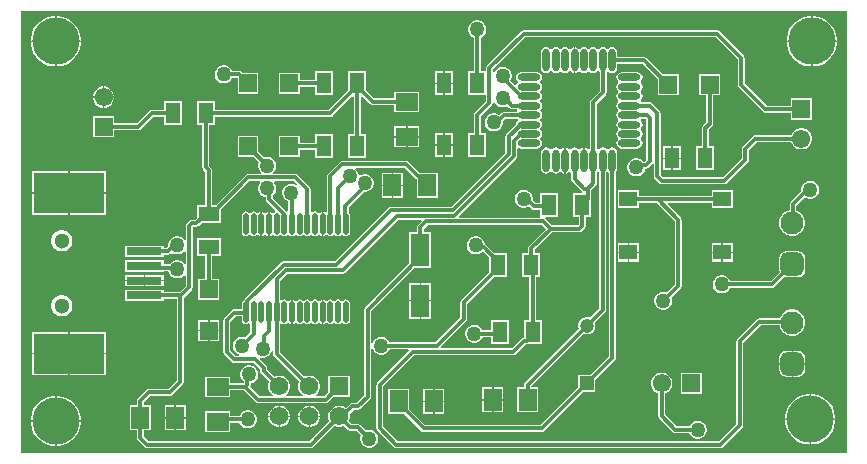
<source format=gtl>
G04*
G04 #@! TF.GenerationSoftware,Altium Limited,Altium Designer,23.10.1 (27)*
G04*
G04 Layer_Physical_Order=1*
G04 Layer_Color=255*
%FSLAX44Y44*%
%MOMM*%
G71*
G04*
G04 #@! TF.SameCoordinates,64171CFE-22FE-4E7E-97F9-8EA8A996B151*
G04*
G04*
G04 #@! TF.FilePolarity,Positive*
G04*
G01*
G75*
%ADD14R,1.5000X1.5000*%
%ADD15R,1.8582X1.5057*%
%ADD16R,1.5057X1.8582*%
%ADD17R,3.0000X0.7000*%
%ADD18R,6.0400X3.4000*%
%ADD19O,0.4500X1.8500*%
%ADD20R,1.7582X1.2557*%
%ADD21R,1.2557X1.7582*%
%ADD22R,1.5500X1.3000*%
%ADD23O,0.6000X1.9500*%
%ADD24O,1.9500X0.6000*%
%ADD25R,1.6000X2.8000*%
%ADD26R,1.5000X1.5000*%
%ADD32C,1.5700*%
%ADD33R,1.5700X1.5700*%
%ADD37R,1.5500X1.5500*%
%ADD38C,1.5500*%
%ADD39R,1.5500X1.5500*%
%ADD45C,0.3200*%
%ADD46C,1.3000*%
%ADD47C,1.9500*%
G04:AMPARAMS|DCode=48|XSize=1.95mm|YSize=1.95mm|CornerRadius=0.4875mm|HoleSize=0mm|Usage=FLASHONLY|Rotation=90.000|XOffset=0mm|YOffset=0mm|HoleType=Round|Shape=RoundedRectangle|*
%AMROUNDEDRECTD48*
21,1,1.9500,0.9750,0,0,90.0*
21,1,0.9750,1.9500,0,0,90.0*
1,1,0.9750,0.4875,0.4875*
1,1,0.9750,0.4875,-0.4875*
1,1,0.9750,-0.4875,-0.4875*
1,1,0.9750,-0.4875,0.4875*
%
%ADD48ROUNDEDRECTD48*%
%ADD49C,1.2000*%
%ADD50R,1.2000X1.2000*%
%ADD51C,4.0000*%
%ADD52C,0.5500*%
%ADD53C,1.2700*%
G36*
X955541Y256039D02*
X256039D01*
Y630421D01*
X955541D01*
Y256039D01*
D02*
G37*
%LPC*%
G36*
X927925Y625790D02*
X926465D01*
Y605155D01*
X947100D01*
Y606615D01*
X946283Y610724D01*
X944679Y614595D01*
X942352Y618079D01*
X939389Y621041D01*
X935905Y623369D01*
X932034Y624973D01*
X927925Y625790D01*
D02*
G37*
G36*
X925195D02*
X923735D01*
X919626Y624973D01*
X915755Y623369D01*
X912271Y621041D01*
X909308Y618079D01*
X906981Y614595D01*
X905377Y610724D01*
X904560Y606615D01*
Y605155D01*
X925195D01*
Y625790D01*
D02*
G37*
G36*
X287845D02*
X286385D01*
Y605155D01*
X307020D01*
Y606615D01*
X306203Y610724D01*
X304599Y614595D01*
X302271Y618079D01*
X299309Y621041D01*
X295825Y623369D01*
X291954Y624973D01*
X287845Y625790D01*
D02*
G37*
G36*
X285115D02*
X283655D01*
X279546Y624973D01*
X275675Y623369D01*
X272191Y621041D01*
X269228Y618079D01*
X266901Y614595D01*
X265297Y610724D01*
X264480Y606615D01*
Y605155D01*
X285115D01*
Y625790D01*
D02*
G37*
G36*
X716980Y599704D02*
X715314Y599372D01*
X713902Y598428D01*
X713615Y598000D01*
X712345D01*
X712058Y598428D01*
X710646Y599372D01*
X708980Y599704D01*
X707314Y599372D01*
X705901Y598428D01*
X705615Y598000D01*
X704345D01*
X704059Y598428D01*
X702646Y599372D01*
X700980Y599704D01*
X699314Y599372D01*
X697902Y598428D01*
X696958Y597016D01*
X696626Y595350D01*
Y581850D01*
X696958Y580184D01*
X697902Y578772D01*
X699314Y577828D01*
X700980Y577496D01*
X702646Y577828D01*
X704059Y578772D01*
X704345Y579200D01*
X705615D01*
X705901Y578772D01*
X707314Y577828D01*
X708980Y577496D01*
X710646Y577828D01*
X712058Y578772D01*
X712345Y579200D01*
X713615D01*
X713902Y578772D01*
X715314Y577828D01*
X716980Y577496D01*
X718646Y577828D01*
X720059Y578772D01*
X720345Y579200D01*
X721615D01*
X721901Y578772D01*
X723314Y577828D01*
X724345Y577623D01*
Y588600D01*
Y599577D01*
X723314Y599372D01*
X721901Y598428D01*
X721615Y598000D01*
X720345D01*
X720059Y598428D01*
X718646Y599372D01*
X716980Y599704D01*
D02*
G37*
G36*
X947100Y603885D02*
X926465D01*
Y583250D01*
X927925D01*
X932034Y584067D01*
X935905Y585671D01*
X939389Y587999D01*
X942352Y590961D01*
X944679Y594445D01*
X946283Y598316D01*
X947100Y602425D01*
Y603885D01*
D02*
G37*
G36*
X925195D02*
X904560D01*
Y602425D01*
X905377Y598316D01*
X906981Y594445D01*
X909308Y590961D01*
X912271Y587999D01*
X915755Y585671D01*
X919626Y584067D01*
X923735Y583250D01*
X925195D01*
Y603885D01*
D02*
G37*
G36*
X307020D02*
X286385D01*
Y583250D01*
X287845D01*
X291954Y584067D01*
X295825Y585671D01*
X299309Y587999D01*
X302271Y590961D01*
X304599Y594445D01*
X306203Y598316D01*
X307020Y602425D01*
Y603885D01*
D02*
G37*
G36*
X285115D02*
X264480D01*
Y602425D01*
X265297Y598316D01*
X266901Y594445D01*
X269228Y590961D01*
X272191Y587999D01*
X275675Y585671D01*
X279546Y584067D01*
X283655Y583250D01*
X285115D01*
Y603885D01*
D02*
G37*
G36*
X520586Y579021D02*
X505489D01*
Y571886D01*
X492360D01*
Y577730D01*
X474820D01*
Y560190D01*
X492360D01*
Y566034D01*
X505489D01*
Y558899D01*
X520586D01*
Y579021D01*
D02*
G37*
G36*
X622186D02*
X615273D01*
Y569595D01*
X622186D01*
Y579021D01*
D02*
G37*
G36*
X614003D02*
X607089D01*
Y569595D01*
X614003D01*
Y579021D01*
D02*
G37*
G36*
X428993Y584200D02*
X426987D01*
X425049Y583681D01*
X423311Y582677D01*
X421893Y581259D01*
X420889Y579521D01*
X420370Y577583D01*
Y575577D01*
X420889Y573639D01*
X421893Y571901D01*
X423311Y570482D01*
X425049Y569479D01*
X426987Y568960D01*
X428993D01*
X430931Y569479D01*
X432669Y570482D01*
X434087Y571901D01*
X435091Y573639D01*
X435095Y573654D01*
X439758D01*
X439820Y573592D01*
Y560190D01*
X457360D01*
Y577730D01*
X443958D01*
X443039Y578649D01*
X442090Y579283D01*
X440970Y579506D01*
X435095D01*
X435091Y579521D01*
X434087Y581259D01*
X432669Y582677D01*
X430931Y583681D01*
X428993Y584200D01*
D02*
G37*
G36*
X622186Y568325D02*
X615273D01*
Y558899D01*
X622186D01*
Y568325D01*
D02*
G37*
G36*
X614003D02*
X607089D01*
Y558899D01*
X614003D01*
Y568325D01*
D02*
G37*
G36*
X327407Y566350D02*
X326855D01*
Y557965D01*
X335240D01*
Y558517D01*
X334625Y560812D01*
X333438Y562868D01*
X331758Y564548D01*
X329702Y565735D01*
X327407Y566350D01*
D02*
G37*
G36*
X325585D02*
X325033D01*
X322738Y565735D01*
X320682Y564548D01*
X319002Y562868D01*
X317815Y560812D01*
X317200Y558517D01*
Y557965D01*
X325585D01*
Y566350D01*
D02*
G37*
G36*
X335240Y556695D02*
X326855D01*
Y548310D01*
X327407D01*
X329702Y548925D01*
X331758Y550112D01*
X333438Y551792D01*
X334625Y553848D01*
X335240Y556143D01*
Y556695D01*
D02*
G37*
G36*
X325585D02*
X317200D01*
Y556143D01*
X317815Y553848D01*
X319002Y551792D01*
X320682Y550112D01*
X322738Y548925D01*
X325033Y548310D01*
X325585D01*
Y556695D01*
D02*
G37*
G36*
X643623Y622300D02*
X641617D01*
X639679Y621781D01*
X637941Y620778D01*
X636522Y619359D01*
X635519Y617621D01*
X635000Y615683D01*
Y613677D01*
X635519Y611739D01*
X636522Y610001D01*
X637941Y608582D01*
X639679Y607579D01*
X639694Y607575D01*
Y579021D01*
X635114D01*
Y558899D01*
X649854D01*
Y553662D01*
X640593Y544402D01*
X639959Y543452D01*
X639736Y542332D01*
Y526951D01*
X635114D01*
Y506829D01*
X650211D01*
Y526951D01*
X645589D01*
Y541120D01*
X654849Y550381D01*
X655483Y551330D01*
X655706Y552450D01*
Y553648D01*
X656976Y553815D01*
X657109Y553319D01*
X658112Y551581D01*
X659531Y550163D01*
X661269Y549159D01*
X663207Y548640D01*
X665213D01*
X667151Y549159D01*
X668154Y549738D01*
X669861Y548031D01*
X670810Y547397D01*
X671930Y547174D01*
X676550D01*
X676652Y547022D01*
X676618Y545631D01*
X675992Y545026D01*
X665321D01*
X664201Y544804D01*
X663251Y544169D01*
X661174Y542092D01*
X659531Y543041D01*
X657593Y543560D01*
X655587D01*
X653649Y543041D01*
X651911Y542038D01*
X650492Y540619D01*
X649489Y538881D01*
X648970Y536943D01*
Y534937D01*
X649489Y532999D01*
X650492Y531261D01*
X651911Y529842D01*
X653649Y528839D01*
X655587Y528320D01*
X657593D01*
X659531Y528839D01*
X661269Y529842D01*
X662688Y531261D01*
X663691Y532999D01*
X664210Y534937D01*
Y536851D01*
X666533Y539174D01*
X676550D01*
X676652Y539021D01*
X677080Y538735D01*
Y537465D01*
X676652Y537178D01*
X675708Y535766D01*
X675398Y534207D01*
X667221Y526031D01*
X666587Y525081D01*
X666364Y523961D01*
Y510361D01*
X620478Y464475D01*
X569499D01*
X568379Y464252D01*
X567430Y463618D01*
X522028Y418216D01*
X478749D01*
X477629Y417994D01*
X476680Y417359D01*
X446011Y386690D01*
X445442Y385839D01*
X445327Y385816D01*
X444162Y385038D01*
X443384Y383873D01*
X443111Y382500D01*
Y377733D01*
X437037D01*
X435917Y377510D01*
X434968Y376876D01*
X428461Y370369D01*
X427826Y369420D01*
X427604Y368300D01*
Y341630D01*
X427826Y340510D01*
X428461Y339561D01*
X434811Y333211D01*
X435760Y332576D01*
X436880Y332354D01*
X453448D01*
X458797Y327004D01*
Y325676D01*
X459020Y324557D01*
X459655Y323607D01*
X466789Y316473D01*
X466482Y315940D01*
X465860Y313621D01*
Y311219D01*
X466482Y308900D01*
X467682Y306820D01*
X469316Y305186D01*
X469295Y304896D01*
X468929Y303916D01*
X458412D01*
X450276Y312053D01*
X450466Y312337D01*
X450689Y313457D01*
Y314988D01*
X452521Y315479D01*
X454259Y316483D01*
X455677Y317901D01*
X456681Y319639D01*
X457200Y321577D01*
Y323583D01*
X456681Y325521D01*
X455677Y327259D01*
X454259Y328677D01*
X452521Y329681D01*
X450583Y330200D01*
X448577D01*
X446639Y329681D01*
X444901Y328677D01*
X443483Y327259D01*
X442479Y325521D01*
X441960Y323583D01*
Y321577D01*
X442479Y319639D01*
X443483Y317901D01*
X444836Y316548D01*
Y314869D01*
X433471D01*
Y320741D01*
X412349D01*
Y303144D01*
X433471D01*
Y309016D01*
X445036D01*
X455131Y298921D01*
X456080Y298286D01*
X457200Y298064D01*
X514350D01*
X515470Y298286D01*
X516419Y298921D01*
X520798Y303300D01*
X534900D01*
Y321540D01*
X516660D01*
Y307438D01*
X513138Y303916D01*
X506431D01*
X506065Y304896D01*
X506044Y305186D01*
X507678Y306820D01*
X508879Y308900D01*
X509500Y311219D01*
Y313621D01*
X508879Y315940D01*
X507678Y318020D01*
X505980Y319718D01*
X503900Y320919D01*
X501581Y321540D01*
X499179D01*
X496860Y320919D01*
X496327Y320611D01*
X475626Y341312D01*
Y365243D01*
X476046Y365535D01*
X476896Y365806D01*
X477827Y365184D01*
X479200Y364911D01*
X480573Y365184D01*
X481738Y365962D01*
X481815Y366078D01*
X483085D01*
X483162Y365962D01*
X484327Y365184D01*
X485065Y365037D01*
Y375500D01*
Y385963D01*
X484327Y385816D01*
X483162Y385038D01*
X483085Y384922D01*
X481815D01*
X481738Y385038D01*
X480573Y385816D01*
X479200Y386089D01*
X477827Y385816D01*
X476896Y385194D01*
X476046Y385465D01*
X475626Y385757D01*
Y401707D01*
X481813Y407894D01*
X528942D01*
X530061Y408116D01*
X531011Y408751D01*
X575924Y453664D01*
X595186D01*
X595672Y452490D01*
X592291Y449109D01*
X591656Y448160D01*
X591434Y447040D01*
Y443170D01*
X585090D01*
Y416768D01*
X547841Y379519D01*
X547206Y378570D01*
X546984Y377450D01*
Y304742D01*
X540745Y298503D01*
X536987D01*
X535867Y298281D01*
X534918Y297646D01*
X531484Y294213D01*
X531380Y294318D01*
X529300Y295518D01*
X526981Y296140D01*
X524579D01*
X522260Y295518D01*
X520180Y294318D01*
X518482Y292620D01*
X517281Y290540D01*
X516660Y288221D01*
Y285819D01*
X517281Y283500D01*
X517589Y282967D01*
X500438Y265816D01*
X364432D01*
X360274Y269974D01*
Y275189D01*
X366146D01*
Y296311D01*
X360274D01*
Y298986D01*
X365702Y304414D01*
X382270D01*
X383390Y304636D01*
X384339Y305271D01*
X393229Y314161D01*
X393863Y315110D01*
X394086Y316230D01*
Y387408D01*
X400849Y394171D01*
X401483Y395120D01*
X401706Y396240D01*
Y447098D01*
X402255Y447646D01*
X404838D01*
X405958Y447869D01*
X406907Y448504D01*
X409367Y450964D01*
X425351D01*
Y461923D01*
X449782Y486354D01*
X458541D01*
X459067Y485084D01*
X458722Y484739D01*
X457719Y483001D01*
X457200Y481063D01*
Y479057D01*
X457719Y477119D01*
X458722Y475381D01*
X460141Y473963D01*
X461879Y472959D01*
X463712Y472468D01*
Y470622D01*
X463934Y469502D01*
X464569Y468553D01*
X471563Y461559D01*
X471137Y460189D01*
X470162Y459538D01*
X470085Y459422D01*
X468815D01*
X468738Y459538D01*
X467573Y460316D01*
X466835Y460463D01*
Y450000D01*
Y439537D01*
X467573Y439684D01*
X468738Y440462D01*
X468815Y440578D01*
X470085D01*
X470162Y440462D01*
X471327Y439684D01*
X472700Y439411D01*
X474073Y439684D01*
X475238Y440462D01*
X475315Y440578D01*
X476585D01*
X476662Y440462D01*
X477827Y439684D01*
X479200Y439411D01*
X480573Y439684D01*
X481738Y440462D01*
X481815Y440578D01*
X483085D01*
X483162Y440462D01*
X484327Y439684D01*
X485700Y439411D01*
X487073Y439684D01*
X488238Y440462D01*
X488315Y440578D01*
X489585D01*
X489662Y440462D01*
X490827Y439684D01*
X491565Y439537D01*
Y450000D01*
X492835D01*
Y439537D01*
X493573Y439684D01*
X494738Y440462D01*
X494815Y440578D01*
X496085D01*
X496162Y440462D01*
X497327Y439684D01*
X498700Y439411D01*
X500073Y439684D01*
X501238Y440462D01*
X501315Y440578D01*
X502585D01*
X502662Y440462D01*
X503827Y439684D01*
X505200Y439411D01*
X506573Y439684D01*
X507738Y440462D01*
X507815Y440578D01*
X509085D01*
X509162Y440462D01*
X510327Y439684D01*
X511065Y439537D01*
Y450000D01*
Y460463D01*
X510327Y460316D01*
X509162Y459538D01*
X509085Y459422D01*
X507815D01*
X507738Y459538D01*
X506573Y460316D01*
X505200Y460589D01*
X503827Y460316D01*
X502896Y459694D01*
X502046Y459965D01*
X501626Y460257D01*
Y479200D01*
X501404Y480320D01*
X500769Y481269D01*
X490689Y491349D01*
X489740Y491983D01*
X488620Y492206D01*
X470489D01*
X469963Y493476D01*
X470918Y494431D01*
X471921Y496169D01*
X472440Y498107D01*
Y500113D01*
X471921Y502051D01*
X470918Y503789D01*
X469499Y505207D01*
X467761Y506211D01*
X465823Y506730D01*
X463817D01*
X462083Y506265D01*
X457360Y510988D01*
Y524390D01*
X439820D01*
Y506850D01*
X453222D01*
X457830Y502242D01*
X457719Y502051D01*
X457200Y500113D01*
Y498107D01*
X457719Y496169D01*
X458722Y494431D01*
X459677Y493476D01*
X459151Y492206D01*
X448570D01*
X447450Y491983D01*
X446501Y491349D01*
X421213Y466061D01*
X418216D01*
Y495300D01*
X417994Y496420D01*
X417359Y497369D01*
X415761Y498967D01*
Y533499D01*
X420383D01*
Y540634D01*
X518175D01*
X519295Y540857D01*
X520244Y541491D01*
X536866Y558113D01*
X538136Y557587D01*
Y525681D01*
X533514D01*
Y505559D01*
X548611D01*
Y525681D01*
X543989D01*
Y557587D01*
X545259Y558113D01*
X552198Y551173D01*
X553148Y550539D01*
X554268Y550316D01*
X572369D01*
Y544444D01*
X593491D01*
Y562041D01*
X572369D01*
Y556169D01*
X555480D01*
X548611Y563037D01*
Y579021D01*
X533514D01*
Y563037D01*
X516963Y546486D01*
X420383D01*
Y553621D01*
X405286D01*
Y533499D01*
X409909D01*
Y497755D01*
X410131Y496635D01*
X410766Y495686D01*
X412364Y494088D01*
Y466061D01*
X405229D01*
Y455102D01*
X403626Y453499D01*
X401043D01*
X399923Y453276D01*
X398974Y452642D01*
X396711Y450379D01*
X396077Y449430D01*
X395854Y448310D01*
Y437051D01*
X395151Y436697D01*
X394584Y436613D01*
X393299Y437897D01*
X391561Y438901D01*
X389623Y439420D01*
X387617D01*
X385679Y438901D01*
X383941Y437897D01*
X382523Y436479D01*
X381519Y434741D01*
X381000Y432803D01*
Y430889D01*
X379897Y429786D01*
X377100D01*
Y431630D01*
X344560D01*
Y422090D01*
X377100D01*
Y423934D01*
X381109D01*
X382229Y424156D01*
X383178Y424791D01*
X384036Y425648D01*
X385679Y424699D01*
X387617Y424180D01*
X389623D01*
X391561Y424699D01*
X393299Y425703D01*
X394584Y426987D01*
X395151Y426903D01*
X395854Y426549D01*
Y416731D01*
X395151Y416377D01*
X394584Y416293D01*
X393299Y417578D01*
X391561Y418581D01*
X389623Y419100D01*
X387617D01*
X385679Y418581D01*
X383941Y417578D01*
X382523Y416159D01*
X382342Y415846D01*
X377100D01*
Y419130D01*
X344560D01*
Y409590D01*
X377100D01*
Y409994D01*
X381129D01*
X381519Y408539D01*
X382523Y406801D01*
X383941Y405382D01*
X385679Y404379D01*
X387617Y403860D01*
X389623D01*
X391561Y404379D01*
X393299Y405382D01*
X394584Y406667D01*
X395151Y406583D01*
X395854Y406229D01*
Y397452D01*
X390644Y392242D01*
X390420Y392286D01*
X377100D01*
Y394130D01*
X344560D01*
Y384590D01*
X377100D01*
Y386434D01*
X388234D01*
Y317442D01*
X381058Y310266D01*
X364490D01*
X363370Y310044D01*
X362421Y309409D01*
X355278Y302267D01*
X354644Y301317D01*
X354421Y300198D01*
Y296311D01*
X348549D01*
Y275189D01*
X354421D01*
Y268762D01*
X354644Y267643D01*
X355278Y266693D01*
X361151Y260821D01*
X362100Y260187D01*
X363220Y259964D01*
X501650D01*
X502770Y260187D01*
X503719Y260821D01*
X521727Y278829D01*
X522260Y278521D01*
X524579Y277900D01*
X526981D01*
X529300Y278521D01*
X529833Y278829D01*
X532880Y275781D01*
X533829Y275147D01*
X534949Y274924D01*
X540087D01*
X544087Y270925D01*
X544079Y270911D01*
X543560Y268973D01*
Y266967D01*
X544079Y265029D01*
X545083Y263291D01*
X546501Y261873D01*
X548239Y260869D01*
X550177Y260350D01*
X552183D01*
X554121Y260869D01*
X555859Y261873D01*
X557277Y263291D01*
X558281Y265029D01*
X558800Y266967D01*
Y268973D01*
X558281Y270911D01*
X557277Y272649D01*
X555859Y274067D01*
X554121Y275071D01*
X552183Y275590D01*
X550177D01*
X548239Y275071D01*
X548225Y275063D01*
X543368Y279920D01*
X542419Y280554D01*
X541299Y280777D01*
X536161D01*
X533971Y282967D01*
X534278Y283500D01*
X534900Y285819D01*
Y288221D01*
X534661Y289113D01*
X538199Y292651D01*
X541957D01*
X543077Y292874D01*
X544026Y293508D01*
X551979Y301461D01*
X552613Y302410D01*
X552836Y303530D01*
Y344098D01*
X554106Y344265D01*
X554239Y343769D01*
X555243Y342031D01*
X556661Y340612D01*
X558399Y339609D01*
X560337Y339090D01*
X562343D01*
X564281Y339609D01*
X566019Y340612D01*
X567438Y342031D01*
X568441Y343769D01*
X568445Y343784D01*
X584229D01*
X584755Y342514D01*
X558001Y315759D01*
X557366Y314810D01*
X557144Y313690D01*
Y276860D01*
X557366Y275740D01*
X558001Y274791D01*
X571971Y260821D01*
X572920Y260187D01*
X574040Y259964D01*
X848360D01*
X849480Y260187D01*
X850429Y260821D01*
X866939Y277331D01*
X867573Y278280D01*
X867796Y279400D01*
Y349308D01*
X882592Y364104D01*
X898545D01*
X899051Y362216D01*
X900502Y359703D01*
X902554Y357652D01*
X905066Y356201D01*
X907869Y355450D01*
X910771D01*
X913574Y356201D01*
X916086Y357652D01*
X918138Y359703D01*
X919589Y362216D01*
X920340Y365019D01*
Y367921D01*
X919589Y370723D01*
X918138Y373236D01*
X916086Y375288D01*
X913574Y376739D01*
X910771Y377490D01*
X907869D01*
X905066Y376739D01*
X902554Y375288D01*
X900502Y373236D01*
X899051Y370723D01*
X898845Y369956D01*
X881380D01*
X880260Y369734D01*
X879311Y369099D01*
X862801Y352589D01*
X862167Y351640D01*
X861944Y350520D01*
Y280612D01*
X847148Y265816D01*
X575252D01*
X562996Y278072D01*
Y312478D01*
X589222Y338704D01*
X673142D01*
X674262Y338927D01*
X675212Y339561D01*
X683673Y348023D01*
X684974D01*
X685257Y348079D01*
X697201D01*
Y368201D01*
X692579D01*
Y405229D01*
X695974D01*
Y425351D01*
X691351D01*
Y428133D01*
X706062Y442844D01*
X728980D01*
X730100Y443066D01*
X731049Y443701D01*
X733632Y446283D01*
X734266Y447233D01*
X734489Y448352D01*
Y456029D01*
X739111D01*
Y470486D01*
X739167Y470769D01*
Y478489D01*
X743049Y482371D01*
X743683Y483320D01*
X743906Y484440D01*
Y493670D01*
X744058Y493772D01*
X745449Y493738D01*
X746054Y493112D01*
Y378622D01*
X738002Y370570D01*
X736287Y371030D01*
X734373D01*
X732524Y370535D01*
X730866Y369577D01*
X729513Y368224D01*
X728555Y366566D01*
X728060Y364717D01*
Y362803D01*
X728520Y361088D01*
X683253Y315822D01*
X682619Y314872D01*
X682396Y313752D01*
Y311551D01*
X676524D01*
Y290429D01*
X694121D01*
Y311551D01*
X688926D01*
X688529Y312821D01*
X732658Y356950D01*
X734373Y356490D01*
X736287D01*
X738136Y356985D01*
X739794Y357943D01*
X741147Y359296D01*
X742105Y360954D01*
X742600Y362803D01*
Y364717D01*
X742141Y366432D01*
X751049Y375341D01*
X751684Y376290D01*
X751906Y377410D01*
Y493670D01*
X752058Y493772D01*
X753449Y493738D01*
X754054Y493112D01*
Y337822D01*
X738462Y322230D01*
X728060D01*
Y311828D01*
X696018Y279786D01*
X598575D01*
X585064Y293297D01*
Y310281D01*
X567467D01*
Y289159D01*
X580925D01*
X595294Y274791D01*
X596243Y274156D01*
X597363Y273934D01*
X697230D01*
X698350Y274156D01*
X699299Y274791D01*
X732198Y307690D01*
X742600D01*
Y318092D01*
X759049Y334541D01*
X759684Y335490D01*
X759906Y336610D01*
Y493670D01*
X760059Y493772D01*
X761002Y495184D01*
X761334Y496850D01*
Y510350D01*
X761002Y512016D01*
X760059Y513428D01*
X758646Y514372D01*
X756980Y514704D01*
X755314Y514372D01*
X753902Y513428D01*
X753615Y513000D01*
X752345D01*
X752058Y513428D01*
X750646Y514372D01*
X748980Y514704D01*
X747314Y514372D01*
X745901Y513428D01*
X744511Y513462D01*
X743906Y514088D01*
Y551808D01*
X751369Y559271D01*
X752003Y560220D01*
X752226Y561340D01*
Y579023D01*
X752345Y579200D01*
X753615D01*
X753902Y578772D01*
X755314Y577828D01*
X756980Y577496D01*
X758646Y577828D01*
X760059Y578772D01*
X761002Y580184D01*
X761334Y581850D01*
Y585674D01*
X782348D01*
X795700Y572322D01*
Y558920D01*
X813240D01*
Y576460D01*
X799838D01*
X785629Y590669D01*
X784680Y591303D01*
X783560Y591526D01*
X761334D01*
Y595350D01*
X761002Y597016D01*
X760059Y598428D01*
X758646Y599372D01*
X756980Y599704D01*
X755314Y599372D01*
X753902Y598428D01*
X753615Y598000D01*
X752345D01*
X752058Y598428D01*
X750646Y599372D01*
X748980Y599704D01*
X747314Y599372D01*
X745901Y598428D01*
X745615Y598000D01*
X744345D01*
X744059Y598428D01*
X742646Y599372D01*
X740980Y599704D01*
X739314Y599372D01*
X737902Y598428D01*
X737615Y598000D01*
X736345D01*
X736059Y598428D01*
X734646Y599372D01*
X732980Y599704D01*
X731314Y599372D01*
X729902Y598428D01*
X729615Y598000D01*
X728345D01*
X728058Y598428D01*
X726646Y599372D01*
X725615Y599577D01*
Y588600D01*
Y577623D01*
X726646Y577828D01*
X728058Y578772D01*
X728345Y579200D01*
X729615D01*
X729902Y578772D01*
X731314Y577828D01*
X732980Y577496D01*
X734646Y577828D01*
X736059Y578772D01*
X736345Y579200D01*
X737615D01*
X737902Y578772D01*
X739314Y577828D01*
X740980Y577496D01*
X742646Y577828D01*
X744059Y578772D01*
X744219Y579012D01*
X745520Y579093D01*
X746374Y578245D01*
Y562552D01*
X738911Y555089D01*
X738277Y554140D01*
X738054Y553020D01*
Y513530D01*
X737902Y513428D01*
X737615Y513000D01*
X736345D01*
X736059Y513428D01*
X734646Y514372D01*
X733615Y514577D01*
Y503600D01*
X732345D01*
Y514577D01*
X731314Y514372D01*
X729902Y513428D01*
X729615Y513000D01*
X728345D01*
X728058Y513428D01*
X726646Y514372D01*
X724980Y514704D01*
X723314Y514372D01*
X721901Y513428D01*
X721615Y513000D01*
X720345D01*
X720059Y513428D01*
X718646Y514372D01*
X717615Y514577D01*
Y503600D01*
Y492623D01*
X718646Y492828D01*
X720058Y493772D01*
X721449Y493738D01*
X722054Y493112D01*
Y487870D01*
X722277Y486750D01*
X722911Y485801D01*
X731080Y477632D01*
X731395Y477421D01*
X731010Y476151D01*
X724014D01*
Y456029D01*
X728636D01*
Y449565D01*
X727768Y448696D01*
X706062D01*
X700569Y454189D01*
X699716Y454759D01*
X699706Y454851D01*
X700491Y456029D01*
X711086D01*
Y476151D01*
X695989D01*
Y467746D01*
X692123D01*
X689610Y470259D01*
Y472173D01*
X689091Y474111D01*
X688087Y475849D01*
X686669Y477267D01*
X684931Y478271D01*
X682993Y478790D01*
X680987D01*
X679049Y478271D01*
X677311Y477267D01*
X675892Y475849D01*
X674889Y474111D01*
X674370Y472173D01*
Y470167D01*
X674889Y468229D01*
X675892Y466491D01*
X677311Y465073D01*
X679049Y464069D01*
X680987Y463550D01*
X682993D01*
X684931Y464069D01*
X686574Y465018D01*
X688841Y462751D01*
X689791Y462117D01*
X690911Y461894D01*
X695989D01*
Y456316D01*
X695989Y456029D01*
X695295Y455046D01*
X627306D01*
X626820Y456220D01*
X675829Y505228D01*
X676463Y506178D01*
X676686Y507298D01*
Y513651D01*
X677806Y514250D01*
X678064Y514078D01*
X679730Y513746D01*
X693230D01*
X694896Y514078D01*
X696309Y515022D01*
X697252Y516434D01*
X697584Y518100D01*
X697252Y519766D01*
X696309Y521179D01*
X695880Y521465D01*
Y522735D01*
X696309Y523022D01*
X697252Y524434D01*
X697584Y526100D01*
X697252Y527766D01*
X696309Y529179D01*
X695880Y529465D01*
Y530735D01*
X696309Y531021D01*
X697252Y532434D01*
X697584Y534100D01*
X697252Y535766D01*
X696309Y537178D01*
X695880Y537465D01*
Y538735D01*
X696309Y539021D01*
X697252Y540434D01*
X697584Y542100D01*
X697252Y543766D01*
X696309Y545178D01*
X695880Y545465D01*
Y546735D01*
X696309Y547021D01*
X697252Y548434D01*
X697584Y550100D01*
X697252Y551766D01*
X696309Y553178D01*
X695880Y553465D01*
Y554735D01*
X696309Y555022D01*
X697252Y556434D01*
X697584Y558100D01*
X697252Y559766D01*
X696309Y561179D01*
X695880Y561465D01*
Y562735D01*
X696309Y563022D01*
X697252Y564434D01*
X697584Y566100D01*
X697252Y567766D01*
X696309Y569179D01*
X695880Y569465D01*
Y570735D01*
X696309Y571021D01*
X697252Y572434D01*
X697584Y574100D01*
X697252Y575766D01*
X696309Y577178D01*
X694896Y578122D01*
X693230Y578454D01*
X679730D01*
X678064Y578122D01*
X676652Y577178D01*
X675708Y575766D01*
X675376Y574100D01*
X675708Y572434D01*
X676652Y571021D01*
X677080Y570735D01*
Y569465D01*
X676652Y569179D01*
X675708Y567766D01*
X675671Y567580D01*
X674455Y567211D01*
X670574Y571093D01*
X671311Y572369D01*
X671830Y574307D01*
Y576313D01*
X671311Y578251D01*
X670307Y579989D01*
X668889Y581408D01*
X667151Y582411D01*
X665213Y582930D01*
X663207D01*
X661269Y582411D01*
X659531Y581408D01*
X658112Y579989D01*
X657109Y578251D01*
X656976Y577755D01*
X655706Y577922D01*
Y580448D01*
X683202Y607944D01*
X844608D01*
X863214Y589338D01*
Y567690D01*
X863437Y566570D01*
X864071Y565621D01*
X884591Y545101D01*
X885540Y544467D01*
X886660Y544244D01*
X908090D01*
Y538150D01*
X926130D01*
Y556190D01*
X908090D01*
Y550096D01*
X887872D01*
X869066Y568902D01*
Y590550D01*
X868844Y591670D01*
X868209Y592619D01*
X847889Y612939D01*
X846940Y613573D01*
X845820Y613796D01*
X681990D01*
X680870Y613573D01*
X679921Y612939D01*
X650711Y583729D01*
X650077Y582780D01*
X649854Y581660D01*
Y579021D01*
X645546D01*
Y607575D01*
X645561Y607579D01*
X647299Y608582D01*
X648717Y610001D01*
X649721Y611739D01*
X650240Y613677D01*
Y615683D01*
X649721Y617621D01*
X648717Y619359D01*
X647299Y620778D01*
X645561Y621781D01*
X643623Y622300D01*
D02*
G37*
G36*
X392359Y553621D02*
X377261D01*
Y546486D01*
X367030D01*
X365910Y546264D01*
X364961Y545629D01*
X354588Y535256D01*
X335240D01*
Y541350D01*
X317200D01*
Y523310D01*
X335240D01*
Y529404D01*
X355800D01*
X356920Y529627D01*
X357869Y530261D01*
X368242Y540634D01*
X377261D01*
Y533499D01*
X392359D01*
Y553621D01*
D02*
G37*
G36*
X593491Y532516D02*
X583565D01*
Y524353D01*
X593491D01*
Y532516D01*
D02*
G37*
G36*
X582295D02*
X572369D01*
Y524353D01*
X582295D01*
Y532516D01*
D02*
G37*
G36*
X520586Y525681D02*
X505489D01*
Y518546D01*
X492360D01*
Y524390D01*
X474820D01*
Y506850D01*
X492360D01*
Y512694D01*
X505489D01*
Y505559D01*
X520586D01*
Y525681D01*
D02*
G37*
G36*
X622186Y526951D02*
X615273D01*
Y517525D01*
X622186D01*
Y526951D01*
D02*
G37*
G36*
X614003D02*
X607089D01*
Y517525D01*
X614003D01*
Y526951D01*
D02*
G37*
G36*
X593491Y523083D02*
X583565D01*
Y514919D01*
X593491D01*
Y523083D01*
D02*
G37*
G36*
X582295D02*
X572369D01*
Y514919D01*
X582295D01*
Y523083D01*
D02*
G37*
G36*
X778230Y578454D02*
X764730D01*
X763064Y578122D01*
X761652Y577178D01*
X760708Y575766D01*
X760376Y574100D01*
X760708Y572434D01*
X761652Y571021D01*
X762080Y570735D01*
Y569465D01*
X761652Y569179D01*
X760708Y567766D01*
X760376Y566100D01*
X760708Y564434D01*
X761652Y563022D01*
X762080Y562735D01*
Y561465D01*
X761652Y561179D01*
X760708Y559766D01*
X760376Y558100D01*
X760708Y556434D01*
X761652Y555022D01*
X762080Y554735D01*
Y553465D01*
X761652Y553178D01*
X760708Y551766D01*
X760376Y550100D01*
X760708Y548434D01*
X761652Y547021D01*
X762080Y546735D01*
Y545465D01*
X761652Y545178D01*
X760708Y543766D01*
X760376Y542100D01*
X760708Y540434D01*
X761652Y539021D01*
X762080Y538735D01*
Y537465D01*
X761652Y537178D01*
X760708Y535766D01*
X760376Y534100D01*
X760708Y532434D01*
X761652Y531021D01*
X762080Y530735D01*
Y529465D01*
X761652Y529179D01*
X760708Y527766D01*
X760376Y526100D01*
X760708Y524434D01*
X761652Y523022D01*
X762080Y522735D01*
Y521465D01*
X761652Y521179D01*
X760708Y519766D01*
X760376Y518100D01*
X760708Y516434D01*
X761652Y515022D01*
X763064Y514078D01*
X764730Y513746D01*
X778230D01*
X779896Y514078D01*
X781309Y515022D01*
X782252Y516434D01*
X782584Y518100D01*
X782252Y519766D01*
X781309Y521179D01*
X780880Y521465D01*
Y522735D01*
X781309Y523022D01*
X782252Y524434D01*
X782584Y526100D01*
X782252Y527766D01*
X781309Y529179D01*
X780880Y529465D01*
Y530735D01*
X781309Y531021D01*
X782252Y532434D01*
X782584Y534100D01*
X782252Y535766D01*
X781309Y537178D01*
X781342Y538569D01*
X781968Y539174D01*
X785108D01*
X785744Y538538D01*
Y504132D01*
X784196Y502584D01*
X783272D01*
X781919Y503937D01*
X780181Y504941D01*
X778243Y505460D01*
X776237D01*
X774299Y504941D01*
X772561Y503937D01*
X771143Y502519D01*
X770139Y500781D01*
X769620Y498843D01*
Y496837D01*
X770139Y494899D01*
X771143Y493161D01*
X772561Y491743D01*
X774299Y490739D01*
X776237Y490220D01*
X778243D01*
X780181Y490739D01*
X781919Y491743D01*
X783337Y493161D01*
X784341Y494899D01*
X784832Y496731D01*
X785408D01*
X786527Y496954D01*
X787477Y497589D01*
X790739Y500851D01*
X790824Y500978D01*
X792094Y500592D01*
Y490220D01*
X792317Y489100D01*
X792951Y488151D01*
X796761Y484341D01*
X797710Y483707D01*
X798830Y483484D01*
X851800D01*
X852920Y483707D01*
X853869Y484341D01*
X871649Y502121D01*
X872283Y503070D01*
X872506Y504190D01*
Y512440D01*
X879310Y519244D01*
X908556D01*
X908705Y518688D01*
X909892Y516632D01*
X911572Y514952D01*
X913628Y513765D01*
X915922Y513150D01*
X918298D01*
X920592Y513765D01*
X922648Y514952D01*
X924328Y516632D01*
X925515Y518688D01*
X926130Y520983D01*
Y523358D01*
X925515Y525652D01*
X924328Y527708D01*
X922648Y529388D01*
X920592Y530575D01*
X918298Y531190D01*
X915922D01*
X913628Y530575D01*
X911572Y529388D01*
X909892Y527708D01*
X908705Y525652D01*
X908556Y525096D01*
X878098D01*
X876979Y524874D01*
X876029Y524239D01*
X867511Y515721D01*
X866877Y514771D01*
X866654Y513652D01*
Y505402D01*
X850588Y489336D01*
X800042D01*
X797946Y491432D01*
Y543560D01*
X797723Y544680D01*
X797089Y545629D01*
X790549Y552169D01*
X789600Y552803D01*
X788480Y553026D01*
X781410D01*
X781309Y553178D01*
X780880Y553465D01*
Y554735D01*
X781309Y555022D01*
X782252Y556434D01*
X782584Y558100D01*
X782252Y559766D01*
X781309Y561179D01*
X780880Y561465D01*
Y562735D01*
X781309Y563022D01*
X782252Y564434D01*
X782584Y566100D01*
X782252Y567766D01*
X781309Y569179D01*
X780880Y569465D01*
Y570735D01*
X781309Y571021D01*
X782252Y572434D01*
X782584Y574100D01*
X782252Y575766D01*
X781309Y577178D01*
X779896Y578122D01*
X778230Y578454D01*
D02*
G37*
G36*
X708980Y514704D02*
X707314Y514372D01*
X705901Y513428D01*
X705615Y513000D01*
X704345D01*
X704059Y513428D01*
X702646Y514372D01*
X700980Y514704D01*
X699314Y514372D01*
X697902Y513428D01*
X696958Y512016D01*
X696626Y510350D01*
Y496850D01*
X696958Y495184D01*
X697902Y493772D01*
X699314Y492828D01*
X700980Y492496D01*
X702646Y492828D01*
X704059Y493772D01*
X704345Y494200D01*
X705615D01*
X705901Y493772D01*
X707314Y492828D01*
X708980Y492496D01*
X710646Y492828D01*
X712058Y493772D01*
X712345Y494200D01*
X713615D01*
X713902Y493772D01*
X715314Y492828D01*
X716345Y492623D01*
Y503600D01*
Y514577D01*
X715314Y514372D01*
X713902Y513428D01*
X713615Y513000D01*
X712345D01*
X712058Y513428D01*
X710646Y514372D01*
X708980Y514704D01*
D02*
G37*
G36*
X622186Y516255D02*
X615273D01*
Y506829D01*
X622186D01*
Y516255D01*
D02*
G37*
G36*
X614003D02*
X607089D01*
Y506829D01*
X614003D01*
Y516255D01*
D02*
G37*
G36*
X815226Y515521D02*
X808313D01*
Y506095D01*
X815226D01*
Y515521D01*
D02*
G37*
G36*
X807043D02*
X800129D01*
Y506095D01*
X807043D01*
Y515521D01*
D02*
G37*
G36*
X848240Y576460D02*
X830700D01*
Y558920D01*
X836544D01*
Y535882D01*
X833591Y532929D01*
X832956Y531980D01*
X832734Y530860D01*
Y515521D01*
X828154D01*
Y495399D01*
X843251D01*
Y515521D01*
X838586D01*
Y529648D01*
X841539Y532601D01*
X842173Y533550D01*
X842396Y534670D01*
Y558920D01*
X848240D01*
Y576460D01*
D02*
G37*
G36*
X815226Y504825D02*
X808313D01*
Y495399D01*
X815226D01*
Y504825D01*
D02*
G37*
G36*
X807043D02*
X800129D01*
Y495399D01*
X807043D01*
Y504825D01*
D02*
G37*
G36*
X579506Y493161D02*
X571343D01*
Y483235D01*
X579506D01*
Y493161D01*
D02*
G37*
G36*
X570073D02*
X561909D01*
Y483235D01*
X570073D01*
Y493161D01*
D02*
G37*
G36*
X328300Y494380D02*
X297465D01*
Y476745D01*
X328300D01*
Y494380D01*
D02*
G37*
G36*
X296195D02*
X265360D01*
Y476745D01*
X296195D01*
Y494380D01*
D02*
G37*
G36*
X859030Y478580D02*
X840990D01*
Y473736D01*
X779530D01*
Y478580D01*
X761490D01*
Y463040D01*
X779530D01*
Y467884D01*
X794168D01*
X809874Y452178D01*
Y398722D01*
X803055Y391903D01*
X803041Y391911D01*
X801103Y392430D01*
X799097D01*
X797159Y391911D01*
X795421Y390908D01*
X794003Y389489D01*
X792999Y387751D01*
X792480Y385813D01*
Y383807D01*
X792999Y381869D01*
X794003Y380131D01*
X795421Y378713D01*
X797159Y377709D01*
X799097Y377190D01*
X801103D01*
X803041Y377709D01*
X804779Y378713D01*
X806198Y380131D01*
X807201Y381869D01*
X807720Y383807D01*
Y385813D01*
X807201Y387751D01*
X807193Y387765D01*
X814869Y395441D01*
X815503Y396390D01*
X815726Y397510D01*
Y453390D01*
X815503Y454510D01*
X814869Y455459D01*
X803618Y466710D01*
X804104Y467884D01*
X840990D01*
Y463040D01*
X859030D01*
Y478580D01*
D02*
G37*
G36*
X582452Y503306D02*
X528320D01*
X527200Y503083D01*
X526251Y502449D01*
X516131Y492329D01*
X515496Y491380D01*
X515274Y490260D01*
Y460257D01*
X514854Y459965D01*
X514004Y459694D01*
X513073Y460316D01*
X512335Y460463D01*
Y450000D01*
Y439537D01*
X513073Y439684D01*
X514238Y440462D01*
X514315Y440578D01*
X515585D01*
X515662Y440462D01*
X516827Y439684D01*
X518200Y439411D01*
X519573Y439684D01*
X520738Y440462D01*
X520815Y440578D01*
X522085D01*
X522162Y440462D01*
X523327Y439684D01*
X524700Y439411D01*
X526073Y439684D01*
X527238Y440462D01*
X527315Y440578D01*
X528585D01*
X528662Y440462D01*
X529827Y439684D01*
X531200Y439411D01*
X532573Y439684D01*
X533738Y440462D01*
X534516Y441627D01*
X534789Y443000D01*
Y457000D01*
X534516Y458373D01*
X533877Y459329D01*
Y464279D01*
X546525Y476926D01*
X548439D01*
X550377Y477445D01*
X552115Y478449D01*
X553534Y479867D01*
X554537Y481605D01*
X555056Y483543D01*
Y485549D01*
X554537Y487487D01*
X553534Y489225D01*
X552115Y490644D01*
X550377Y491647D01*
X548439Y492166D01*
X546433D01*
X544495Y491647D01*
X543560Y491107D01*
X543289Y491132D01*
X542147Y491758D01*
X541771Y493161D01*
X540768Y494899D01*
X539483Y496184D01*
X539567Y496751D01*
X539921Y497454D01*
X581240D01*
X590472Y488222D01*
X591422Y487588D01*
X591434Y487585D01*
Y472039D01*
X609031D01*
Y493161D01*
X594587D01*
X594304Y493217D01*
X593753D01*
X584522Y502449D01*
X583572Y503083D01*
X582452Y503306D01*
D02*
G37*
G36*
X579506Y481965D02*
X571343D01*
Y472039D01*
X579506D01*
Y481965D01*
D02*
G37*
G36*
X570073D02*
X561909D01*
Y472039D01*
X570073D01*
Y481965D01*
D02*
G37*
G36*
X925563Y486410D02*
X923557D01*
X921619Y485891D01*
X919881Y484888D01*
X918463Y483469D01*
X917459Y481731D01*
X916940Y479793D01*
Y477879D01*
X907861Y468801D01*
X907227Y467851D01*
X907004Y466731D01*
Y461638D01*
X905066Y461119D01*
X902554Y459668D01*
X900502Y457616D01*
X899051Y455104D01*
X898300Y452301D01*
Y449399D01*
X899051Y446596D01*
X900502Y444084D01*
X902554Y442032D01*
X905066Y440581D01*
X907869Y439830D01*
X910771D01*
X913574Y440581D01*
X916086Y442032D01*
X918138Y444084D01*
X919589Y446596D01*
X920340Y449399D01*
Y452301D01*
X919589Y455104D01*
X918138Y457616D01*
X916086Y459668D01*
X913574Y461119D01*
X912857Y461311D01*
Y465519D01*
X919976Y472638D01*
X921619Y471689D01*
X923557Y471170D01*
X925563D01*
X927501Y471689D01*
X929239Y472692D01*
X930658Y474111D01*
X931661Y475849D01*
X932180Y477787D01*
Y479793D01*
X931661Y481731D01*
X930658Y483469D01*
X929239Y484888D01*
X927501Y485891D01*
X925563Y486410D01*
D02*
G37*
G36*
X453200Y460589D02*
X451827Y460316D01*
X450662Y459538D01*
X450585Y459422D01*
X449315D01*
X449238Y459538D01*
X448073Y460316D01*
X446700Y460589D01*
X445327Y460316D01*
X444162Y459538D01*
X443384Y458373D01*
X443111Y457000D01*
Y443000D01*
X443384Y441627D01*
X444162Y440462D01*
X445327Y439684D01*
X446700Y439411D01*
X448073Y439684D01*
X449238Y440462D01*
X449315Y440578D01*
X450585D01*
X450662Y440462D01*
X451827Y439684D01*
X453200Y439411D01*
X454573Y439684D01*
X455738Y440462D01*
X455815Y440578D01*
X457085D01*
X457162Y440462D01*
X458327Y439684D01*
X459065Y439537D01*
Y450000D01*
Y460463D01*
X458327Y460316D01*
X457162Y459538D01*
X457085Y459422D01*
X455815D01*
X455738Y459538D01*
X454573Y460316D01*
X453200Y460589D01*
D02*
G37*
G36*
X328300Y475475D02*
X297465D01*
Y457840D01*
X328300D01*
Y475475D01*
D02*
G37*
G36*
X296195D02*
X265360D01*
Y457840D01*
X296195D01*
Y475475D01*
D02*
G37*
G36*
X460335Y460463D02*
Y450000D01*
Y439537D01*
X461073Y439684D01*
X462238Y440462D01*
X462315Y440578D01*
X463585D01*
X463662Y440462D01*
X464827Y439684D01*
X465565Y439537D01*
Y450000D01*
Y460463D01*
X464827Y460316D01*
X463662Y459538D01*
X463585Y459422D01*
X462315D01*
X462238Y459538D01*
X461073Y460316D01*
X460335Y460463D01*
D02*
G37*
G36*
X292015Y444610D02*
X289645D01*
X287356Y443997D01*
X285304Y442812D01*
X283628Y441136D01*
X282443Y439084D01*
X281830Y436795D01*
Y434425D01*
X282443Y432136D01*
X283628Y430084D01*
X285304Y428408D01*
X287356Y427223D01*
X289645Y426610D01*
X292015D01*
X294304Y427223D01*
X296356Y428408D01*
X298032Y430084D01*
X299217Y432136D01*
X299830Y434425D01*
Y436795D01*
X299217Y439084D01*
X298032Y441136D01*
X296356Y442812D01*
X294304Y443997D01*
X292015Y444610D01*
D02*
G37*
G36*
X779530Y433580D02*
X771145D01*
Y426445D01*
X779530D01*
Y433580D01*
D02*
G37*
G36*
X859030D02*
X850645D01*
Y426445D01*
X859030D01*
Y433580D01*
D02*
G37*
G36*
X849375D02*
X840990D01*
Y426445D01*
X849375D01*
Y433580D01*
D02*
G37*
G36*
X769875D02*
X761490D01*
Y426445D01*
X769875D01*
Y433580D01*
D02*
G37*
G36*
X859030Y425175D02*
X850645D01*
Y418040D01*
X859030D01*
Y425175D01*
D02*
G37*
G36*
X849375D02*
X840990D01*
Y418040D01*
X849375D01*
Y425175D01*
D02*
G37*
G36*
X779530D02*
X771145D01*
Y418040D01*
X779530D01*
Y425175D01*
D02*
G37*
G36*
X769875D02*
X761490D01*
Y418040D01*
X769875D01*
Y425175D01*
D02*
G37*
G36*
X377100Y406630D02*
X361465D01*
Y402495D01*
X377100D01*
Y406630D01*
D02*
G37*
G36*
X360195D02*
X344560D01*
Y402495D01*
X360195D01*
Y406630D01*
D02*
G37*
G36*
X914195Y426990D02*
X904445D01*
X902047Y426513D01*
X900015Y425155D01*
X898656Y423123D01*
X898180Y420725D01*
Y410975D01*
X898532Y409201D01*
X891038Y401706D01*
X856735D01*
X856731Y401721D01*
X855727Y403459D01*
X854309Y404878D01*
X852571Y405881D01*
X850633Y406400D01*
X848627D01*
X846689Y405881D01*
X844951Y404878D01*
X843532Y403459D01*
X842529Y401721D01*
X842010Y399783D01*
Y397777D01*
X842529Y395839D01*
X843532Y394101D01*
X844951Y392682D01*
X846689Y391679D01*
X848627Y391160D01*
X850633D01*
X852571Y391679D01*
X854309Y392682D01*
X855727Y394101D01*
X856731Y395839D01*
X856735Y395854D01*
X892250D01*
X893370Y396077D01*
X894319Y396711D01*
X902671Y405062D01*
X904445Y404710D01*
X914195D01*
X916593Y405187D01*
X918625Y406545D01*
X919984Y408577D01*
X920460Y410975D01*
Y420725D01*
X919984Y423123D01*
X918625Y425155D01*
X916593Y426513D01*
X914195Y426990D01*
D02*
G37*
G36*
X377100Y401225D02*
X361465D01*
Y397090D01*
X377100D01*
Y401225D01*
D02*
G37*
G36*
X360195D02*
X344560D01*
Y397090D01*
X360195D01*
Y401225D01*
D02*
G37*
G36*
X425351Y438036D02*
X405229D01*
Y422939D01*
X412364D01*
Y403460D01*
X406520D01*
Y385920D01*
X424060D01*
Y403460D01*
X418216D01*
Y422939D01*
X425351D01*
Y438036D01*
D02*
G37*
G36*
X531200Y386089D02*
X529827Y385816D01*
X528662Y385038D01*
X528585Y384922D01*
X527315D01*
X527238Y385038D01*
X526073Y385816D01*
X524700Y386089D01*
X523327Y385816D01*
X522162Y385038D01*
X522085Y384922D01*
X520815D01*
X520738Y385038D01*
X519573Y385816D01*
X518200Y386089D01*
X516827Y385816D01*
X515662Y385038D01*
X515585Y384922D01*
X514315D01*
X514238Y385038D01*
X513073Y385816D01*
X512335Y385963D01*
Y375500D01*
Y365037D01*
X513073Y365184D01*
X514238Y365962D01*
X514315Y366078D01*
X515585D01*
X515662Y365962D01*
X516827Y365184D01*
X518200Y364911D01*
X519573Y365184D01*
X520738Y365962D01*
X520815Y366078D01*
X522085D01*
X522162Y365962D01*
X523327Y365184D01*
X524700Y364911D01*
X526073Y365184D01*
X527238Y365962D01*
X527315Y366078D01*
X528585D01*
X528662Y365962D01*
X529827Y365184D01*
X531200Y364911D01*
X532573Y365184D01*
X533738Y365962D01*
X534516Y367127D01*
X534789Y368500D01*
Y382500D01*
X534516Y383873D01*
X533738Y385038D01*
X532573Y385816D01*
X531200Y386089D01*
D02*
G37*
G36*
X505200D02*
X503827Y385816D01*
X502662Y385038D01*
X502585Y384922D01*
X501315D01*
X501238Y385038D01*
X500073Y385816D01*
X498700Y386089D01*
X497327Y385816D01*
X496162Y385038D01*
X496085Y384922D01*
X494815D01*
X494738Y385038D01*
X493573Y385816D01*
X492200Y386089D01*
X490827Y385816D01*
X489662Y385038D01*
X489585Y384922D01*
X488315D01*
X488238Y385038D01*
X487073Y385816D01*
X486335Y385963D01*
Y375500D01*
Y365037D01*
X487073Y365184D01*
X488238Y365962D01*
X488315Y366078D01*
X489585D01*
X489662Y365962D01*
X490827Y365184D01*
X492200Y364911D01*
X493573Y365184D01*
X494738Y365962D01*
X494815Y366078D01*
X496085D01*
X496162Y365962D01*
X497327Y365184D01*
X498700Y364911D01*
X500073Y365184D01*
X501238Y365962D01*
X501315Y366078D01*
X502585D01*
X502662Y365962D01*
X503827Y365184D01*
X505200Y364911D01*
X506573Y365184D01*
X507738Y365962D01*
X507815Y366078D01*
X509085D01*
X509162Y365962D01*
X510327Y365184D01*
X511065Y365037D01*
Y375500D01*
Y385963D01*
X510327Y385816D01*
X509162Y385038D01*
X509085Y384922D01*
X507815D01*
X507738Y385038D01*
X506573Y385816D01*
X505200Y386089D01*
D02*
G37*
G36*
X292015Y389610D02*
X289645D01*
X287356Y388997D01*
X285304Y387812D01*
X283628Y386136D01*
X282443Y384084D01*
X281830Y381795D01*
Y379425D01*
X282443Y377136D01*
X283628Y375084D01*
X285304Y373408D01*
X287356Y372223D01*
X289645Y371610D01*
X292015D01*
X294304Y372223D01*
X296356Y373408D01*
X298032Y375084D01*
X299217Y377136D01*
X299830Y379425D01*
Y381795D01*
X299217Y384084D01*
X298032Y386136D01*
X296356Y387812D01*
X294304Y388997D01*
X292015Y389610D01*
D02*
G37*
G36*
X424060Y368460D02*
X415925D01*
Y360325D01*
X424060D01*
Y368460D01*
D02*
G37*
G36*
X414655D02*
X406520D01*
Y360325D01*
X414655D01*
Y368460D01*
D02*
G37*
G36*
X424060Y359055D02*
X415925D01*
Y350920D01*
X424060D01*
Y359055D01*
D02*
G37*
G36*
X414655D02*
X406520D01*
Y350920D01*
X414655D01*
Y359055D01*
D02*
G37*
G36*
X328300Y358380D02*
X297465D01*
Y340745D01*
X328300D01*
Y358380D01*
D02*
G37*
G36*
X296195D02*
X265360D01*
Y340745D01*
X296195D01*
Y358380D01*
D02*
G37*
G36*
X914195Y342610D02*
X909955D01*
Y332105D01*
X920460D01*
Y336345D01*
X919984Y338743D01*
X918625Y340775D01*
X916593Y342133D01*
X914195Y342610D01*
D02*
G37*
G36*
X908685D02*
X904445D01*
X902047Y342133D01*
X900015Y340775D01*
X898656Y338743D01*
X898180Y336345D01*
Y332105D01*
X908685D01*
Y342610D01*
D02*
G37*
G36*
X328300Y339475D02*
X297465D01*
Y321840D01*
X328300D01*
Y339475D01*
D02*
G37*
G36*
X296195D02*
X265360D01*
Y321840D01*
X296195D01*
Y339475D01*
D02*
G37*
G36*
X920460Y330835D02*
X909955D01*
Y320330D01*
X914195D01*
X916593Y320807D01*
X918625Y322165D01*
X919984Y324197D01*
X920460Y326595D01*
Y330835D01*
D02*
G37*
G36*
X908685D02*
X898180D01*
Y326595D01*
X898656Y324197D01*
X900015Y322165D01*
X902047Y320807D01*
X904445Y320330D01*
X908685D01*
Y330835D01*
D02*
G37*
G36*
X832850Y323980D02*
X814810D01*
Y305940D01*
X832850D01*
Y323980D01*
D02*
G37*
G36*
X664596Y311551D02*
X656433D01*
Y301625D01*
X664596D01*
Y311551D01*
D02*
G37*
G36*
X655163D02*
X646999D01*
Y301625D01*
X655163D01*
Y311551D01*
D02*
G37*
G36*
X614589Y310281D02*
X606425D01*
Y300355D01*
X614589D01*
Y310281D01*
D02*
G37*
G36*
X605155D02*
X596991D01*
Y300355D01*
X605155D01*
Y310281D01*
D02*
G37*
G36*
X664596Y300355D02*
X656433D01*
Y290429D01*
X664596D01*
Y300355D01*
D02*
G37*
G36*
X655163D02*
X646999D01*
Y290429D01*
X655163D01*
Y300355D01*
D02*
G37*
G36*
X614589Y299085D02*
X606425D01*
Y289159D01*
X614589D01*
Y299085D01*
D02*
G37*
G36*
X605155D02*
X596991D01*
Y289159D01*
X605155D01*
Y299085D01*
D02*
G37*
G36*
X501581Y296140D02*
X501015D01*
Y287655D01*
X509500D01*
Y288221D01*
X508879Y290540D01*
X507678Y292620D01*
X505980Y294318D01*
X503900Y295518D01*
X501581Y296140D01*
D02*
G37*
G36*
X476181D02*
X475615D01*
Y287655D01*
X484100D01*
Y288221D01*
X483479Y290540D01*
X482278Y292620D01*
X480580Y294318D01*
X478500Y295518D01*
X476181Y296140D01*
D02*
G37*
G36*
X499745D02*
X499179D01*
X496860Y295518D01*
X494780Y294318D01*
X493082Y292620D01*
X491881Y290540D01*
X491260Y288221D01*
Y287655D01*
X499745D01*
Y296140D01*
D02*
G37*
G36*
X474345D02*
X473779D01*
X471460Y295518D01*
X469380Y294318D01*
X467682Y292620D01*
X466482Y290540D01*
X465860Y288221D01*
Y287655D01*
X474345D01*
Y296140D01*
D02*
G37*
G36*
X449313Y292100D02*
X447307D01*
X445369Y291581D01*
X443631Y290578D01*
X442212Y289159D01*
X441209Y287421D01*
X441205Y287406D01*
X433471D01*
Y291216D01*
X412349D01*
Y273619D01*
X433471D01*
Y281554D01*
X441205D01*
X441209Y281539D01*
X442212Y279801D01*
X443631Y278382D01*
X445369Y277379D01*
X447307Y276860D01*
X449313D01*
X451251Y277379D01*
X452989Y278382D01*
X454408Y279801D01*
X455411Y281539D01*
X455930Y283477D01*
Y285483D01*
X455411Y287421D01*
X454408Y289159D01*
X452989Y290578D01*
X451251Y291581D01*
X449313Y292100D01*
D02*
G37*
G36*
X395671Y296311D02*
X387507D01*
Y286385D01*
X395671D01*
Y296311D01*
D02*
G37*
G36*
X386237D02*
X378074D01*
Y286385D01*
X386237D01*
Y296311D01*
D02*
G37*
G36*
X926655Y305750D02*
X925195D01*
Y285115D01*
X945830D01*
Y286575D01*
X945013Y290684D01*
X943409Y294555D01*
X941081Y298039D01*
X938119Y301001D01*
X934635Y303329D01*
X930764Y304933D01*
X926655Y305750D01*
D02*
G37*
G36*
X923925D02*
X922465D01*
X918356Y304933D01*
X914485Y303329D01*
X911001Y301001D01*
X908038Y298039D01*
X905711Y294555D01*
X904107Y290684D01*
X903290Y286575D01*
Y285115D01*
X923925D01*
Y305750D01*
D02*
G37*
G36*
X287845Y304480D02*
X286385D01*
Y283845D01*
X307020D01*
Y285305D01*
X306203Y289414D01*
X304599Y293285D01*
X302271Y296769D01*
X299309Y299732D01*
X295825Y302059D01*
X291954Y303663D01*
X287845Y304480D01*
D02*
G37*
G36*
X285115D02*
X283655D01*
X279546Y303663D01*
X275675Y302059D01*
X272191Y299732D01*
X269228Y296769D01*
X266901Y293285D01*
X265297Y289414D01*
X264480Y285305D01*
Y283845D01*
X285115D01*
Y304480D01*
D02*
G37*
G36*
X509500Y286385D02*
X501015D01*
Y277900D01*
X501581D01*
X503900Y278521D01*
X505980Y279722D01*
X507678Y281420D01*
X508879Y283500D01*
X509500Y285819D01*
Y286385D01*
D02*
G37*
G36*
X499745D02*
X491260D01*
Y285819D01*
X491881Y283500D01*
X493082Y281420D01*
X494780Y279722D01*
X496860Y278521D01*
X499179Y277900D01*
X499745D01*
Y286385D01*
D02*
G37*
G36*
X484100D02*
X475615D01*
Y277900D01*
X476181D01*
X478500Y278521D01*
X480580Y279722D01*
X482278Y281420D01*
X483479Y283500D01*
X484100Y285819D01*
Y286385D01*
D02*
G37*
G36*
X474345D02*
X465860D01*
Y285819D01*
X466482Y283500D01*
X467682Y281420D01*
X469380Y279722D01*
X471460Y278521D01*
X473779Y277900D01*
X474345D01*
Y286385D01*
D02*
G37*
G36*
X395671Y285115D02*
X387507D01*
Y275189D01*
X395671D01*
Y285115D01*
D02*
G37*
G36*
X386237D02*
X378074D01*
Y275189D01*
X386237D01*
Y285115D01*
D02*
G37*
G36*
X800017Y323980D02*
X797643D01*
X795348Y323365D01*
X793292Y322178D01*
X791612Y320498D01*
X790425Y318442D01*
X789810Y316147D01*
Y313773D01*
X790425Y311478D01*
X791612Y309422D01*
X793292Y307742D01*
X795348Y306555D01*
X795904Y306406D01*
Y287020D01*
X796126Y285900D01*
X796761Y284951D01*
X808191Y273521D01*
X809140Y272887D01*
X810260Y272664D01*
X822205D01*
X822209Y272649D01*
X823213Y270911D01*
X824631Y269492D01*
X826369Y268489D01*
X828307Y267970D01*
X830313D01*
X832251Y268489D01*
X833989Y269492D01*
X835407Y270911D01*
X836411Y272649D01*
X836930Y274587D01*
Y276593D01*
X836411Y278531D01*
X835407Y280269D01*
X833989Y281688D01*
X832251Y282691D01*
X830313Y283210D01*
X828307D01*
X826369Y282691D01*
X824631Y281688D01*
X823213Y280269D01*
X822209Y278531D01*
X822205Y278516D01*
X811472D01*
X801756Y288232D01*
Y306406D01*
X802312Y306555D01*
X804368Y307742D01*
X806048Y309422D01*
X807235Y311478D01*
X807850Y313773D01*
Y316147D01*
X807235Y318442D01*
X806048Y320498D01*
X804368Y322178D01*
X802312Y323365D01*
X800017Y323980D01*
D02*
G37*
G36*
X945830Y283845D02*
X925195D01*
Y263210D01*
X926655D01*
X930764Y264027D01*
X934635Y265631D01*
X938119Y267959D01*
X941081Y270921D01*
X943409Y274405D01*
X945013Y278276D01*
X945830Y282385D01*
Y283845D01*
D02*
G37*
G36*
X923925D02*
X903290D01*
Y282385D01*
X904107Y278276D01*
X905711Y274405D01*
X908038Y270921D01*
X911001Y267959D01*
X914485Y265631D01*
X918356Y264027D01*
X922465Y263210D01*
X923925D01*
Y283845D01*
D02*
G37*
G36*
X307020Y282575D02*
X286385D01*
Y261940D01*
X287845D01*
X291954Y262757D01*
X295825Y264361D01*
X299309Y266688D01*
X302271Y269651D01*
X304599Y273135D01*
X306203Y277006D01*
X307020Y281115D01*
Y282575D01*
D02*
G37*
G36*
X285115D02*
X264480D01*
Y281115D01*
X265297Y277006D01*
X266901Y273135D01*
X269228Y269651D01*
X272191Y266688D01*
X275675Y264361D01*
X279546Y262757D01*
X283655Y261940D01*
X285115D01*
Y282575D01*
D02*
G37*
%LPD*%
G36*
X490124Y483638D02*
X489344Y482622D01*
X488081Y483351D01*
X486143Y483870D01*
X484137D01*
X482199Y483351D01*
X480461Y482347D01*
X479043Y480929D01*
X478039Y479191D01*
X477520Y477253D01*
Y475247D01*
X478039Y473309D01*
X479043Y471571D01*
X480461Y470153D01*
X482199Y469149D01*
X482774Y468995D01*
Y461331D01*
X481530Y460193D01*
X481124Y460223D01*
X481020Y460378D01*
X469564Y471834D01*
Y474028D01*
X470918Y475381D01*
X471921Y477119D01*
X472440Y479057D01*
Y481063D01*
X471921Y483001D01*
X470918Y484739D01*
X470573Y485084D01*
X471099Y486354D01*
X487408D01*
X490124Y483638D01*
D02*
G37*
G36*
X443111Y368500D02*
X443384Y367127D01*
X444162Y365962D01*
X445327Y365184D01*
X446700Y364911D01*
X448073Y365184D01*
X449004Y365806D01*
X449854Y365535D01*
X450274Y365243D01*
Y357892D01*
X446185Y353803D01*
X446171Y353811D01*
X444233Y354330D01*
X442227D01*
X440289Y353811D01*
X438551Y352808D01*
X437132Y351389D01*
X436129Y349651D01*
X435610Y347713D01*
Y345707D01*
X436129Y343769D01*
X437132Y342031D01*
X438551Y340612D01*
X440289Y339609D01*
X440785Y339476D01*
X440618Y338206D01*
X438092D01*
X433456Y342842D01*
Y367088D01*
X438249Y371881D01*
X443111D01*
Y368500D01*
D02*
G37*
G36*
X700712Y445770D02*
X686356Y431414D01*
X685721Y430465D01*
X685499Y429345D01*
Y425351D01*
X680876D01*
Y405229D01*
X686726D01*
Y368201D01*
X682104D01*
Y353804D01*
X681341Y353652D01*
X680392Y353018D01*
X671930Y344556D01*
X612111D01*
X611585Y345826D01*
X633259Y367501D01*
X633894Y368450D01*
X634116Y369570D01*
Y382355D01*
X656990Y405229D01*
X667949D01*
Y425351D01*
X656990D01*
X650289Y432051D01*
X649340Y432686D01*
X648970Y432759D01*
Y432803D01*
X648451Y434741D01*
X647448Y436479D01*
X646029Y437897D01*
X644291Y438901D01*
X642353Y439420D01*
X640347D01*
X638409Y438901D01*
X636671Y437897D01*
X635252Y436479D01*
X634249Y434741D01*
X633730Y432803D01*
Y430797D01*
X634249Y428859D01*
X635252Y427121D01*
X636671Y425703D01*
X638409Y424699D01*
X640347Y424180D01*
X642353D01*
X644291Y424699D01*
X646029Y425703D01*
X647195Y426869D01*
X652851Y421213D01*
Y409367D01*
X629121Y385637D01*
X628487Y384687D01*
X628264Y383568D01*
Y370782D01*
X607118Y349636D01*
X568445D01*
X568441Y349651D01*
X567438Y351389D01*
X566019Y352808D01*
X564281Y353811D01*
X562343Y354330D01*
X560337D01*
X558399Y353811D01*
X556661Y352808D01*
X555243Y351389D01*
X554239Y349651D01*
X554106Y349155D01*
X552836Y349322D01*
Y376238D01*
X589228Y412630D01*
X603630D01*
Y443170D01*
X597286D01*
Y445828D01*
X600652Y449194D01*
X697288D01*
X700712Y445770D01*
D02*
G37*
G36*
X469774Y342528D02*
Y340100D01*
X469996Y338980D01*
X470631Y338031D01*
X492189Y316473D01*
X491881Y315940D01*
X491260Y313621D01*
Y311219D01*
X491881Y308900D01*
X493082Y306820D01*
X494716Y305186D01*
X494695Y304896D01*
X494329Y303916D01*
X481031D01*
X480665Y304896D01*
X480644Y305186D01*
X482278Y306820D01*
X483479Y308900D01*
X484100Y311219D01*
Y313621D01*
X483479Y315940D01*
X482278Y318020D01*
X480580Y319718D01*
X478500Y320919D01*
X476181Y321540D01*
X473779D01*
X471460Y320919D01*
X470927Y320611D01*
X464650Y326888D01*
Y328216D01*
X464427Y329336D01*
X463793Y330285D01*
X458417Y335661D01*
X459075Y336800D01*
X460007Y336550D01*
X462013D01*
X463951Y337069D01*
X465689Y338073D01*
X467108Y339491D01*
X468111Y341229D01*
X468504Y342696D01*
X469774Y342528D01*
D02*
G37*
%LPC*%
G36*
X603630Y400170D02*
X594995D01*
Y385535D01*
X603630D01*
Y400170D01*
D02*
G37*
G36*
X593725D02*
X585090D01*
Y385535D01*
X593725D01*
Y400170D01*
D02*
G37*
G36*
X603630Y384265D02*
X594995D01*
Y369630D01*
X603630D01*
Y384265D01*
D02*
G37*
G36*
X593725D02*
X585090D01*
Y369630D01*
X593725D01*
Y384265D01*
D02*
G37*
G36*
X669176Y368201D02*
X654079D01*
Y359796D01*
X647185D01*
X647181Y359811D01*
X646178Y361549D01*
X644759Y362967D01*
X643021Y363971D01*
X641083Y364490D01*
X639077D01*
X637139Y363971D01*
X635401Y362967D01*
X633983Y361549D01*
X632979Y359811D01*
X632460Y357873D01*
Y355867D01*
X632979Y353929D01*
X633983Y352191D01*
X635401Y350773D01*
X637139Y349769D01*
X639077Y349250D01*
X641083D01*
X643021Y349769D01*
X644759Y350773D01*
X646178Y352191D01*
X647181Y353929D01*
X647185Y353944D01*
X654079D01*
Y348079D01*
X669176D01*
Y368201D01*
D02*
G37*
%LPD*%
D14*
X415290Y394690D02*
D03*
Y359690D02*
D03*
D15*
X422910Y282418D02*
D03*
Y311942D02*
D03*
X582930Y523718D02*
D03*
Y553242D02*
D03*
D16*
X357348Y285750D02*
D03*
X386872D02*
D03*
X576265Y299720D02*
D03*
X605790D02*
D03*
X570708Y482600D02*
D03*
X600232D02*
D03*
X655798Y300990D02*
D03*
X685322D02*
D03*
D17*
X360830Y414360D02*
D03*
Y401860D02*
D03*
Y426860D02*
D03*
Y389360D02*
D03*
D18*
X296830Y340110D02*
D03*
Y476110D02*
D03*
D19*
X531200Y450000D02*
D03*
X524700D02*
D03*
X518200D02*
D03*
X511700D02*
D03*
X505200D02*
D03*
X498700D02*
D03*
X492200D02*
D03*
X485700D02*
D03*
X479200D02*
D03*
X472700D02*
D03*
X466200D02*
D03*
X459700D02*
D03*
X453200D02*
D03*
X446700D02*
D03*
X531200Y375500D02*
D03*
X524700D02*
D03*
X518200D02*
D03*
X511700D02*
D03*
X505200D02*
D03*
X498700D02*
D03*
X492200D02*
D03*
X485700D02*
D03*
X479200D02*
D03*
X472700D02*
D03*
X466200D02*
D03*
X459700D02*
D03*
X453200D02*
D03*
X446700D02*
D03*
D20*
X415290Y430488D02*
D03*
Y458512D02*
D03*
D21*
X703538Y466090D02*
D03*
X731562D02*
D03*
X412835Y543560D02*
D03*
X384810D02*
D03*
X689652Y358140D02*
D03*
X661628D02*
D03*
X688425Y415290D02*
D03*
X660400D02*
D03*
X835702Y505460D02*
D03*
X807678D02*
D03*
X642662Y516890D02*
D03*
X614638D02*
D03*
X642662Y568960D02*
D03*
X614638D02*
D03*
X541062Y515620D02*
D03*
X513038D02*
D03*
X541062Y568960D02*
D03*
X513038D02*
D03*
D22*
X850010Y425810D02*
D03*
X770510D02*
D03*
X850010Y470810D02*
D03*
X770510D02*
D03*
D23*
X700980Y503600D02*
D03*
X708980D02*
D03*
X716980D02*
D03*
X724980D02*
D03*
X732980D02*
D03*
X740980D02*
D03*
X748980D02*
D03*
X756980D02*
D03*
Y588600D02*
D03*
X748980D02*
D03*
X740980D02*
D03*
X732980D02*
D03*
X724980D02*
D03*
X716980D02*
D03*
X708980D02*
D03*
X700980D02*
D03*
D24*
X771480Y518100D02*
D03*
Y526100D02*
D03*
Y534100D02*
D03*
Y542100D02*
D03*
Y550100D02*
D03*
Y558100D02*
D03*
Y566100D02*
D03*
Y574100D02*
D03*
X686480D02*
D03*
Y566100D02*
D03*
Y558100D02*
D03*
Y550100D02*
D03*
Y542100D02*
D03*
Y534100D02*
D03*
Y526100D02*
D03*
Y518100D02*
D03*
D25*
X594360Y427900D02*
D03*
Y384900D02*
D03*
D26*
X804470Y567690D02*
D03*
X839470D02*
D03*
X483590Y515620D02*
D03*
X448590D02*
D03*
X483590Y568960D02*
D03*
X448590D02*
D03*
D32*
X474980Y287020D02*
D03*
X500380D02*
D03*
X525780D02*
D03*
X474980Y312420D02*
D03*
X500380D02*
D03*
D33*
X525780D02*
D03*
D37*
X917110Y547170D02*
D03*
X326220Y532330D02*
D03*
D38*
X917110Y522170D02*
D03*
X798830Y314960D02*
D03*
X326220Y557330D02*
D03*
D39*
X823830Y314960D02*
D03*
D45*
X869580Y513652D02*
X878098Y522170D01*
X917110D01*
X869580Y504190D02*
Y513652D01*
X886660Y547170D02*
X917110D01*
X866140Y567690D02*
X886660Y547170D01*
X866140Y567690D02*
Y590550D01*
X845820Y610870D02*
X866140Y590550D01*
X810260Y275590D02*
X829310D01*
X798830Y287020D02*
X810260Y275590D01*
X798830Y287020D02*
Y314960D01*
X415290Y394690D02*
Y430488D01*
X466638Y470622D02*
X478951Y458309D01*
X466638Y470622D02*
Y478242D01*
X448570Y489280D02*
X488620D01*
X417802Y458512D02*
X448570Y489280D01*
X488620D02*
X498700Y479200D01*
X464820Y480060D02*
X466638Y478242D01*
X478951Y450249D02*
Y458309D01*
Y450249D02*
X479200Y450000D01*
X485700D02*
Y475690D01*
X485140Y476250D02*
X485700Y475690D01*
X530951Y450249D02*
Y465491D01*
X547436Y481976D01*
Y484546D01*
X524700Y480250D02*
X534670Y490220D01*
X524700Y450000D02*
Y480250D01*
X582452Y500380D02*
X592541Y490291D01*
X518200Y490260D02*
X528320Y500380D01*
X582452D01*
X518200Y450000D02*
Y490260D01*
X498700Y450000D02*
Y479200D01*
X448590Y515620D02*
X464820Y499390D01*
Y499110D02*
Y499390D01*
X461969Y345129D02*
Y355320D01*
X466200Y359551D01*
X461010Y344170D02*
X461969Y345129D01*
X466200Y359551D02*
Y375500D01*
X443230Y346710D02*
X453200Y356680D01*
Y375500D01*
X430530Y341630D02*
Y368300D01*
Y341630D02*
X436880Y335280D01*
X454660D01*
X461724Y328216D01*
Y325676D02*
Y328216D01*
X447762Y320762D02*
X449580Y322580D01*
X447762Y313457D02*
Y320762D01*
X446248Y311942D02*
X447762Y313457D01*
X534949Y277851D02*
X541299D01*
X525780Y287020D02*
X534949Y277851D01*
X541299D02*
X551180Y267970D01*
X536987Y295577D02*
X541957D01*
X549910Y303530D02*
Y377450D01*
X541957Y295577D02*
X549910Y303530D01*
Y377450D02*
X594360Y421900D01*
X528430Y287020D02*
X536987Y295577D01*
X525780Y287020D02*
X528430D01*
X560070Y313690D02*
X588010Y341630D01*
X560070Y276860D02*
Y313690D01*
Y276860D02*
X574040Y262890D01*
X561340Y346710D02*
X608330D01*
X673142Y341630D02*
X682461Y350949D01*
X588010Y341630D02*
X673142D01*
X424972Y284480D02*
X448310D01*
X422910Y282418D02*
X424972Y284480D01*
X437037Y374807D02*
X446100D01*
X430530Y368300D02*
X437037Y374807D01*
X446100D02*
X446700Y375407D01*
Y375500D02*
Y382852D01*
X422910Y311942D02*
X446248D01*
X457200Y300990D01*
X514350D01*
X525780Y312420D01*
X461724Y325676D02*
X474980Y312420D01*
X472700Y340100D02*
X500380Y312420D01*
X472700Y340100D02*
Y375500D01*
X501650Y262890D02*
X525780Y287020D01*
X357348Y285750D02*
Y300198D01*
Y268762D02*
Y285750D01*
X363220Y262890D02*
X501650D01*
X357348Y268762D02*
X363220Y262890D01*
X382270Y307340D02*
X391160Y316230D01*
X364490Y307340D02*
X382270D01*
X357348Y300198D02*
X364490Y307340D01*
X391160Y316230D02*
Y388620D01*
X367030Y543560D02*
X384810D01*
X355800Y532330D02*
X367030Y543560D01*
X326220Y532330D02*
X355800D01*
X851800Y486410D02*
X869580Y504190D01*
X909931Y466731D02*
X921989Y478790D01*
X909931Y451461D02*
Y466731D01*
X921989Y478790D02*
X924560D01*
X909320Y450850D02*
X909931Y451461D01*
X892250Y398780D02*
X909320Y415850D01*
X849630Y398780D02*
X892250D01*
X864870Y279400D02*
Y350520D01*
X848360Y262890D02*
X864870Y279400D01*
X574040Y262890D02*
X848360D01*
X777240Y497840D02*
X779058Y499658D01*
X785408D01*
X788670Y502920D01*
Y539750D01*
X771480Y542100D02*
X786320D01*
X788670Y539750D01*
X642620Y569002D02*
Y614680D01*
Y569002D02*
X642662Y568960D01*
X681990Y610870D02*
X845820D01*
X770510Y470810D02*
X795380D01*
X850010D01*
X812800Y397510D02*
Y453390D01*
X800100Y384810D02*
X812800Y397510D01*
X795380Y470810D02*
X812800Y453390D01*
X748980Y377410D02*
Y503600D01*
X735330Y314960D02*
X756980Y336610D01*
Y503600D01*
X735330Y363760D02*
X748980Y377410D01*
X908760Y367030D02*
X909320Y366470D01*
X881380Y367030D02*
X908760D01*
X864870Y350520D02*
X881380Y367030D01*
X749300Y561340D02*
Y588280D01*
X748980Y588600D02*
X749300Y588280D01*
X740980Y503600D02*
Y553020D01*
X749300Y561340D01*
X702268Y464820D02*
X703538Y466090D01*
X690911Y464820D02*
X702268D01*
X681990Y471170D02*
X684561D01*
X690911Y464820D01*
X640080Y356870D02*
X660358D01*
X661628Y358140D01*
X631190Y369570D02*
Y383568D01*
X608330Y346710D02*
X631190Y369570D01*
Y383568D02*
X660400Y412778D01*
X641350Y431800D02*
X643168Y429982D01*
X648220D02*
X660400Y417802D01*
Y415290D02*
Y417802D01*
Y412778D02*
Y415290D01*
X643168Y429982D02*
X648220D01*
X659161Y535940D02*
X665321Y542100D01*
X656590Y535940D02*
X659161D01*
X665321Y542100D02*
X686480D01*
X671930Y550100D02*
X686480D01*
X665770Y556260D02*
X671930Y550100D01*
X664210Y556260D02*
X665770D01*
X664210Y573319D02*
X679429Y558100D01*
X686480D01*
X664210Y573319D02*
Y575310D01*
X652780Y552450D02*
Y581660D01*
X642662Y542332D02*
X652780Y552450D01*
Y581660D02*
X681990Y610870D01*
X642662Y516890D02*
Y542332D01*
X440970Y576580D02*
X448590Y568960D01*
X427990Y576580D02*
X440970D01*
X386049Y431800D02*
X388620D01*
X530951Y450249D02*
X531200Y450000D01*
X391160Y388620D02*
X398780Y396240D01*
Y448310D01*
X404838Y450573D02*
X412778Y458512D01*
X398780Y448310D02*
X401043Y450573D01*
X404838D01*
X362270Y412920D02*
X387180D01*
X360830Y414360D02*
X362270Y412920D01*
X387180D02*
X388620Y411480D01*
X360830Y426860D02*
X381109D01*
X386049Y431800D01*
X415290Y458512D02*
X417802D01*
X415290D02*
Y495300D01*
X412835Y497755D02*
X415290Y495300D01*
X412835Y497755D02*
Y543560D01*
X412778Y458512D02*
X415290D01*
X360830Y389360D02*
X390420D01*
X391160Y388620D01*
X472700Y375500D02*
Y402919D01*
X448080Y384621D02*
X478749Y415290D01*
X472700Y402919D02*
X480601Y410820D01*
X528942D01*
X478749Y415290D02*
X523240D01*
X733149Y479701D02*
X736241D01*
X724980Y487870D02*
Y503600D01*
Y487870D02*
X733149Y479701D01*
X592541Y490291D02*
X594304D01*
X600232Y482600D02*
Y484362D01*
X594304Y490291D02*
X600232Y484362D01*
X594360Y421900D02*
Y427900D01*
Y447040D01*
X599440Y452120D01*
X523240Y415290D02*
X569499Y461549D01*
X669290Y509149D02*
Y523961D01*
X528942Y410820D02*
X574712Y456590D01*
X673760Y520431D02*
X679429Y526100D01*
X673760Y507298D02*
Y520431D01*
X599440Y452120D02*
X698500D01*
X679429Y526100D02*
X686480D01*
X623052Y456590D02*
X673760Y507298D01*
X621690Y461549D02*
X669290Y509149D01*
X574712Y456590D02*
X623052D01*
X569499Y461549D02*
X621690D01*
X448080Y384232D02*
Y384621D01*
X446700Y382852D02*
X448080Y384232D01*
X669290Y523961D02*
X679428Y534100D01*
X686480D01*
X795020Y490220D02*
X798830Y486410D01*
X795020Y490220D02*
Y543560D01*
X798830Y486410D02*
X851800D01*
X788480Y550100D02*
X795020Y543560D01*
X835660Y530860D02*
X839470Y534670D01*
X771480Y550100D02*
X788480D01*
X839470Y534670D02*
Y567690D01*
X682461Y350949D02*
X684974D01*
X689652Y355628D02*
Y358140D01*
X684974Y350949D02*
X689652Y355628D01*
X697230Y276860D02*
X735330Y314960D01*
X576265Y297958D02*
X597363Y276860D01*
X697230D01*
X698500Y452120D02*
X704850Y445770D01*
X731562Y448352D02*
Y466090D01*
X728980Y445770D02*
X731562Y448352D01*
X704850Y445770D02*
X728980D01*
X688425Y429345D02*
X704850Y445770D01*
X688425Y415290D02*
Y429345D01*
X689652Y358140D02*
Y414062D01*
X688425Y415290D02*
X689652Y414062D01*
X736241Y479701D02*
X740980Y484440D01*
Y503600D01*
X736241Y470769D02*
Y479701D01*
X731562Y466090D02*
X736241Y470769D01*
X541062Y566448D02*
Y568960D01*
Y515620D02*
Y566448D01*
X783560Y588600D02*
X804470Y567690D01*
X756980Y588600D02*
X783560D01*
X835660Y505502D02*
Y530860D01*
Y505502D02*
X835702Y505460D01*
X685322Y313752D02*
X735330Y363760D01*
X685322Y300990D02*
Y313752D01*
X576265Y297958D02*
Y299720D01*
X415290Y281148D02*
X417052D01*
X518175Y543560D02*
X541062Y566448D01*
X412835Y543560D02*
X518175D01*
X541062Y566448D02*
X554268Y553242D01*
X582930D01*
X483590Y515620D02*
X513038D01*
X483590Y568960D02*
X513038D01*
D46*
X290830Y435610D02*
D03*
Y380610D02*
D03*
D47*
X909320Y450850D02*
D03*
Y366470D02*
D03*
D48*
Y415850D02*
D03*
Y331470D02*
D03*
D49*
X735330Y363760D02*
D03*
D50*
Y314960D02*
D03*
D51*
X285750Y283210D02*
D03*
Y604520D02*
D03*
X924560Y284480D02*
D03*
X925830Y604520D02*
D03*
D52*
X940001Y540000D02*
D03*
Y380000D02*
D03*
X930001Y360000D02*
D03*
X900001Y620000D02*
D03*
Y580000D02*
D03*
Y500000D02*
D03*
Y300000D02*
D03*
X880001Y620000D02*
D03*
X890001Y600000D02*
D03*
X880001Y580000D02*
D03*
X890001Y560000D02*
D03*
X880001Y500000D02*
D03*
Y460000D02*
D03*
X890001Y440000D02*
D03*
X880001Y420000D02*
D03*
Y340000D02*
D03*
X890001Y280000D02*
D03*
X860001Y620000D02*
D03*
Y540000D02*
D03*
X870001Y440000D02*
D03*
X850001Y520000D02*
D03*
Y360000D02*
D03*
X840001Y340000D02*
D03*
X850001Y320000D02*
D03*
X840001Y300000D02*
D03*
X830000Y600000D02*
D03*
X820000Y540000D02*
D03*
X830000Y440000D02*
D03*
Y400000D02*
D03*
Y360000D02*
D03*
X820000Y340000D02*
D03*
X810000Y600000D02*
D03*
Y360000D02*
D03*
X790000Y600000D02*
D03*
Y440000D02*
D03*
Y400000D02*
D03*
Y360000D02*
D03*
X780000Y300000D02*
D03*
X790000Y280000D02*
D03*
X770000Y600000D02*
D03*
Y400000D02*
D03*
Y360000D02*
D03*
Y320000D02*
D03*
X760000Y300000D02*
D03*
X770000Y280000D02*
D03*
X750000D02*
D03*
X730000Y560000D02*
D03*
X720000Y540000D02*
D03*
X730000Y400000D02*
D03*
Y280000D02*
D03*
X710000Y560000D02*
D03*
Y400000D02*
D03*
Y360000D02*
D03*
Y320000D02*
D03*
X660000Y620000D02*
D03*
X670000Y440000D02*
D03*
Y320000D02*
D03*
X650000D02*
D03*
X630000Y600000D02*
D03*
Y320000D02*
D03*
X610000Y600000D02*
D03*
X600000Y540000D02*
D03*
X610000Y320000D02*
D03*
X590000Y600000D02*
D03*
X580000Y580000D02*
D03*
X590000Y320000D02*
D03*
X560000Y620000D02*
D03*
X540000D02*
D03*
X550000Y600000D02*
D03*
X520000Y620000D02*
D03*
X530000Y600000D02*
D03*
Y400000D02*
D03*
X500000Y620000D02*
D03*
X510000Y600000D02*
D03*
X500000Y500000D02*
D03*
X510000Y400000D02*
D03*
X480000Y620000D02*
D03*
X490000Y600000D02*
D03*
Y400000D02*
D03*
X460000Y620000D02*
D03*
X470000Y600000D02*
D03*
X440000Y620000D02*
D03*
X450000Y600000D02*
D03*
X420000Y620000D02*
D03*
X430000Y600000D02*
D03*
X420000Y340000D02*
D03*
X400000Y620000D02*
D03*
X410000Y600000D02*
D03*
X400000Y580000D02*
D03*
Y500000D02*
D03*
X380000Y620000D02*
D03*
X390000Y600000D02*
D03*
X380000Y580000D02*
D03*
X390000Y520000D02*
D03*
X380000Y500000D02*
D03*
X390000Y480000D02*
D03*
X380000Y340000D02*
D03*
X360000Y620000D02*
D03*
X370000Y600000D02*
D03*
X360000Y580000D02*
D03*
X370000Y560000D02*
D03*
Y520000D02*
D03*
X360000Y500000D02*
D03*
X370000Y480000D02*
D03*
X360000Y460000D02*
D03*
X370000Y360000D02*
D03*
X360000Y340000D02*
D03*
X370000Y320000D02*
D03*
X340000Y620000D02*
D03*
X350000Y600000D02*
D03*
X340000Y580000D02*
D03*
X350000Y560000D02*
D03*
Y520000D02*
D03*
X340000Y500000D02*
D03*
X350000Y480000D02*
D03*
X340000Y460000D02*
D03*
X350000Y440000D02*
D03*
Y360000D02*
D03*
X340000Y340000D02*
D03*
X350000Y320000D02*
D03*
X340000Y300000D02*
D03*
X320000Y620000D02*
D03*
X330000Y600000D02*
D03*
X320000Y580000D02*
D03*
X330000Y440000D02*
D03*
X320000Y420000D02*
D03*
X330000Y400000D02*
D03*
X320000Y380000D02*
D03*
Y300000D02*
D03*
X330000Y280000D02*
D03*
X300000Y540000D02*
D03*
X310000Y520000D02*
D03*
Y440000D02*
D03*
X300000Y420000D02*
D03*
X310000Y400000D02*
D03*
X290000Y560000D02*
D03*
X280000Y540000D02*
D03*
X290000Y520000D02*
D03*
X280000Y420000D02*
D03*
X290000Y400000D02*
D03*
X270000Y560000D02*
D03*
Y520000D02*
D03*
Y440000D02*
D03*
Y400000D02*
D03*
D53*
X464820Y480060D02*
D03*
X485140Y476250D02*
D03*
X547436Y484546D02*
D03*
X534670Y490220D02*
D03*
X464820Y499110D02*
D03*
X461010Y344170D02*
D03*
X443230Y346710D02*
D03*
X449580Y322580D02*
D03*
X551180Y267970D02*
D03*
X561340Y346710D02*
D03*
X448310Y284480D02*
D03*
X924560Y478790D02*
D03*
X829310Y275590D02*
D03*
X777240Y497840D02*
D03*
X642620Y614680D02*
D03*
X640080Y356870D02*
D03*
X681990Y471170D02*
D03*
X641350Y431800D02*
D03*
X849630Y398780D02*
D03*
X664210Y556260D02*
D03*
X800100Y384810D02*
D03*
X656590Y535940D02*
D03*
X664210Y575310D02*
D03*
X427990Y576580D02*
D03*
X388620Y431800D02*
D03*
Y411480D02*
D03*
M02*

</source>
